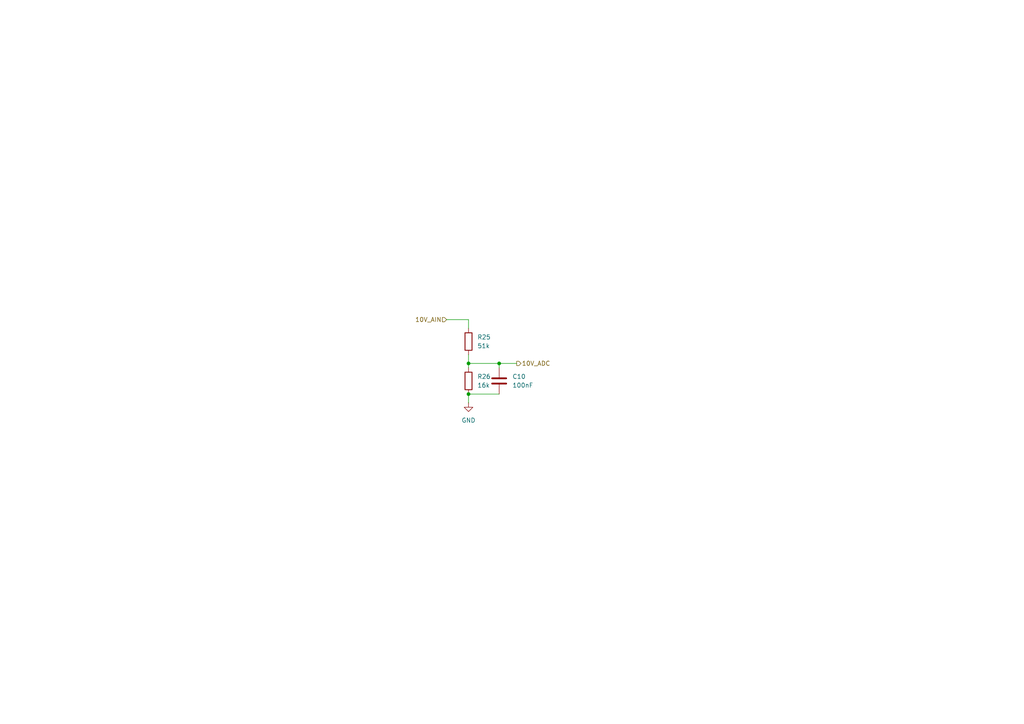
<source format=kicad_sch>
(kicad_sch
	(version 20250114)
	(generator "eeschema")
	(generator_version "9.0")
	(uuid "f18713a3-82da-41ca-8cd8-f7359db6c253")
	(paper "A4")
	(lib_symbols
		(symbol "Device:C"
			(pin_numbers
				(hide yes)
			)
			(pin_names
				(offset 0.254)
			)
			(exclude_from_sim no)
			(in_bom yes)
			(on_board yes)
			(property "Reference" "C"
				(at 0.635 2.54 0)
				(effects
					(font
						(size 1.27 1.27)
					)
					(justify left)
				)
			)
			(property "Value" "C"
				(at 0.635 -2.54 0)
				(effects
					(font
						(size 1.27 1.27)
					)
					(justify left)
				)
			)
			(property "Footprint" ""
				(at 0.9652 -3.81 0)
				(effects
					(font
						(size 1.27 1.27)
					)
					(hide yes)
				)
			)
			(property "Datasheet" "~"
				(at 0 0 0)
				(effects
					(font
						(size 1.27 1.27)
					)
					(hide yes)
				)
			)
			(property "Description" "Unpolarized capacitor"
				(at 0 0 0)
				(effects
					(font
						(size 1.27 1.27)
					)
					(hide yes)
				)
			)
			(property "ki_keywords" "cap capacitor"
				(at 0 0 0)
				(effects
					(font
						(size 1.27 1.27)
					)
					(hide yes)
				)
			)
			(property "ki_fp_filters" "C_*"
				(at 0 0 0)
				(effects
					(font
						(size 1.27 1.27)
					)
					(hide yes)
				)
			)
			(symbol "C_0_1"
				(polyline
					(pts
						(xy -2.032 0.762) (xy 2.032 0.762)
					)
					(stroke
						(width 0.508)
						(type default)
					)
					(fill
						(type none)
					)
				)
				(polyline
					(pts
						(xy -2.032 -0.762) (xy 2.032 -0.762)
					)
					(stroke
						(width 0.508)
						(type default)
					)
					(fill
						(type none)
					)
				)
			)
			(symbol "C_1_1"
				(pin passive line
					(at 0 3.81 270)
					(length 2.794)
					(name "~"
						(effects
							(font
								(size 1.27 1.27)
							)
						)
					)
					(number "1"
						(effects
							(font
								(size 1.27 1.27)
							)
						)
					)
				)
				(pin passive line
					(at 0 -3.81 90)
					(length 2.794)
					(name "~"
						(effects
							(font
								(size 1.27 1.27)
							)
						)
					)
					(number "2"
						(effects
							(font
								(size 1.27 1.27)
							)
						)
					)
				)
			)
			(embedded_fonts no)
		)
		(symbol "Device:R"
			(pin_numbers
				(hide yes)
			)
			(pin_names
				(offset 0)
			)
			(exclude_from_sim no)
			(in_bom yes)
			(on_board yes)
			(property "Reference" "R"
				(at 2.032 0 90)
				(effects
					(font
						(size 1.27 1.27)
					)
				)
			)
			(property "Value" "R"
				(at 0 0 90)
				(effects
					(font
						(size 1.27 1.27)
					)
				)
			)
			(property "Footprint" ""
				(at -1.778 0 90)
				(effects
					(font
						(size 1.27 1.27)
					)
					(hide yes)
				)
			)
			(property "Datasheet" "~"
				(at 0 0 0)
				(effects
					(font
						(size 1.27 1.27)
					)
					(hide yes)
				)
			)
			(property "Description" "Resistor"
				(at 0 0 0)
				(effects
					(font
						(size 1.27 1.27)
					)
					(hide yes)
				)
			)
			(property "ki_keywords" "R res resistor"
				(at 0 0 0)
				(effects
					(font
						(size 1.27 1.27)
					)
					(hide yes)
				)
			)
			(property "ki_fp_filters" "R_*"
				(at 0 0 0)
				(effects
					(font
						(size 1.27 1.27)
					)
					(hide yes)
				)
			)
			(symbol "R_0_1"
				(rectangle
					(start -1.016 -2.54)
					(end 1.016 2.54)
					(stroke
						(width 0.254)
						(type default)
					)
					(fill
						(type none)
					)
				)
			)
			(symbol "R_1_1"
				(pin passive line
					(at 0 3.81 270)
					(length 1.27)
					(name "~"
						(effects
							(font
								(size 1.27 1.27)
							)
						)
					)
					(number "1"
						(effects
							(font
								(size 1.27 1.27)
							)
						)
					)
				)
				(pin passive line
					(at 0 -3.81 90)
					(length 1.27)
					(name "~"
						(effects
							(font
								(size 1.27 1.27)
							)
						)
					)
					(number "2"
						(effects
							(font
								(size 1.27 1.27)
							)
						)
					)
				)
			)
			(embedded_fonts no)
		)
		(symbol "power:GND"
			(power)
			(pin_numbers
				(hide yes)
			)
			(pin_names
				(offset 0)
				(hide yes)
			)
			(exclude_from_sim no)
			(in_bom yes)
			(on_board yes)
			(property "Reference" "#PWR"
				(at 0 -6.35 0)
				(effects
					(font
						(size 1.27 1.27)
					)
					(hide yes)
				)
			)
			(property "Value" "GND"
				(at 0 -3.81 0)
				(effects
					(font
						(size 1.27 1.27)
					)
				)
			)
			(property "Footprint" ""
				(at 0 0 0)
				(effects
					(font
						(size 1.27 1.27)
					)
					(hide yes)
				)
			)
			(property "Datasheet" ""
				(at 0 0 0)
				(effects
					(font
						(size 1.27 1.27)
					)
					(hide yes)
				)
			)
			(property "Description" "Power symbol creates a global label with name \"GND\" , ground"
				(at 0 0 0)
				(effects
					(font
						(size 1.27 1.27)
					)
					(hide yes)
				)
			)
			(property "ki_keywords" "global power"
				(at 0 0 0)
				(effects
					(font
						(size 1.27 1.27)
					)
					(hide yes)
				)
			)
			(symbol "GND_0_1"
				(polyline
					(pts
						(xy 0 0) (xy 0 -1.27) (xy 1.27 -1.27) (xy 0 -2.54) (xy -1.27 -1.27) (xy 0 -1.27)
					)
					(stroke
						(width 0)
						(type default)
					)
					(fill
						(type none)
					)
				)
			)
			(symbol "GND_1_1"
				(pin power_in line
					(at 0 0 270)
					(length 0)
					(name "~"
						(effects
							(font
								(size 1.27 1.27)
							)
						)
					)
					(number "1"
						(effects
							(font
								(size 1.27 1.27)
							)
						)
					)
				)
			)
			(embedded_fonts no)
		)
	)
	(junction
		(at 135.89 105.41)
		(diameter 0)
		(color 0 0 0 0)
		(uuid "404a1213-5c94-4897-aee1-8c1b1d524331")
	)
	(junction
		(at 135.89 114.3)
		(diameter 0)
		(color 0 0 0 0)
		(uuid "7f7fee81-1c9c-4c09-be82-c02d0cdcda08")
	)
	(junction
		(at 144.78 105.41)
		(diameter 0)
		(color 0 0 0 0)
		(uuid "827178ec-c5a8-4824-99f9-a52451c177ac")
	)
	(wire
		(pts
			(xy 135.89 105.41) (xy 144.78 105.41)
		)
		(stroke
			(width 0)
			(type default)
		)
		(uuid "0fd6203f-67c7-47e4-8dde-552af588b081")
	)
	(wire
		(pts
			(xy 135.89 92.71) (xy 135.89 95.25)
		)
		(stroke
			(width 0)
			(type default)
		)
		(uuid "2f7180b5-ff1a-4233-b6c5-c9e85e79848d")
	)
	(wire
		(pts
			(xy 135.89 102.87) (xy 135.89 105.41)
		)
		(stroke
			(width 0)
			(type default)
		)
		(uuid "5bfca85c-f007-4631-8774-b5fac58fc0c0")
	)
	(wire
		(pts
			(xy 144.78 105.41) (xy 149.86 105.41)
		)
		(stroke
			(width 0)
			(type default)
		)
		(uuid "860d7f1b-550e-40cb-a204-240c5c34c7d4")
	)
	(wire
		(pts
			(xy 129.54 92.71) (xy 135.89 92.71)
		)
		(stroke
			(width 0)
			(type default)
		)
		(uuid "93f82589-cd46-4b4c-b75f-1dc63cb6a913")
	)
	(wire
		(pts
			(xy 135.89 105.41) (xy 135.89 106.68)
		)
		(stroke
			(width 0)
			(type default)
		)
		(uuid "95076209-aa2f-47e8-9e53-c72b4fba92aa")
	)
	(wire
		(pts
			(xy 135.89 114.3) (xy 144.78 114.3)
		)
		(stroke
			(width 0)
			(type default)
		)
		(uuid "d6e9635c-85bf-41cb-90c6-3712275d8b12")
	)
	(wire
		(pts
			(xy 135.89 114.3) (xy 135.89 116.84)
		)
		(stroke
			(width 0)
			(type default)
		)
		(uuid "dfacc92f-d53f-47b8-bdc1-65426eac3966")
	)
	(wire
		(pts
			(xy 144.78 105.41) (xy 144.78 106.68)
		)
		(stroke
			(width 0)
			(type default)
		)
		(uuid "e1405597-b380-40b1-a2f2-5176d3f37dc1")
	)
	(hierarchical_label "10V_ADC"
		(shape output)
		(at 149.86 105.41 0)
		(effects
			(font
				(size 1.27 1.27)
			)
			(justify left)
		)
		(uuid "64826586-7351-4ede-98a5-8be40c984dca")
	)
	(hierarchical_label "10V_AIN"
		(shape input)
		(at 129.54 92.71 180)
		(effects
			(font
				(size 1.27 1.27)
			)
			(justify right)
		)
		(uuid "d561ca85-28d4-45a8-9297-b3c63f29d7d3")
	)
	(symbol
		(lib_id "Device:C")
		(at 144.78 110.49 0)
		(unit 1)
		(exclude_from_sim no)
		(in_bom yes)
		(on_board yes)
		(dnp no)
		(fields_autoplaced yes)
		(uuid "709f7130-a31b-4f07-b5d5-e5606b340b6b")
		(property "Reference" "C10"
			(at 148.59 109.2199 0)
			(effects
				(font
					(size 1.27 1.27)
				)
				(justify left)
			)
		)
		(property "Value" "100nF"
			(at 148.59 111.7599 0)
			(effects
				(font
					(size 1.27 1.27)
				)
				(justify left)
			)
		)
		(property "Footprint" "Capacitor_SMD:C_0805_2012Metric"
			(at 145.7452 114.3 0)
			(effects
				(font
					(size 1.27 1.27)
				)
				(hide yes)
			)
		)
		(property "Datasheet" "~"
			(at 144.78 110.49 0)
			(effects
				(font
					(size 1.27 1.27)
				)
				(hide yes)
			)
		)
		(property "Description" "Unpolarized capacitor"
			(at 144.78 110.49 0)
			(effects
				(font
					(size 1.27 1.27)
				)
				(hide yes)
			)
		)
		(pin "2"
			(uuid "795bd637-9872-4534-952e-73b2cb649aa6")
		)
		(pin "1"
			(uuid "59af38fd-916a-41c4-9e07-577ecf7bd300")
		)
		(instances
			(project "NIVARA"
				(path "/e09284a3-0da6-4b1c-80d3-a52d405369d9/b46cdcb1-15cb-4562-89d5-6c513685d0bc/685d2fad-d315-4f34-82c3-e6db47187c42"
					(reference "C10")
					(unit 1)
				)
			)
		)
	)
	(symbol
		(lib_id "Device:R")
		(at 135.89 110.49 0)
		(unit 1)
		(exclude_from_sim no)
		(in_bom yes)
		(on_board yes)
		(dnp no)
		(fields_autoplaced yes)
		(uuid "8d337433-14e2-4b5e-8e38-405128493ae8")
		(property "Reference" "R26"
			(at 138.43 109.2199 0)
			(effects
				(font
					(size 1.27 1.27)
				)
				(justify left)
			)
		)
		(property "Value" "16k"
			(at 138.43 111.7599 0)
			(effects
				(font
					(size 1.27 1.27)
				)
				(justify left)
			)
		)
		(property "Footprint" "Resistor_SMD:R_0603_1608Metric"
			(at 134.112 110.49 90)
			(effects
				(font
					(size 1.27 1.27)
				)
				(hide yes)
			)
		)
		(property "Datasheet" "~"
			(at 135.89 110.49 0)
			(effects
				(font
					(size 1.27 1.27)
				)
				(hide yes)
			)
		)
		(property "Description" "Resistor"
			(at 135.89 110.49 0)
			(effects
				(font
					(size 1.27 1.27)
				)
				(hide yes)
			)
		)
		(pin "1"
			(uuid "6757d4ad-bb09-4290-a943-2847a10dc04b")
		)
		(pin "2"
			(uuid "6405265d-8d13-4faf-bc29-e5101f8d511d")
		)
		(instances
			(project "NIVARA"
				(path "/e09284a3-0da6-4b1c-80d3-a52d405369d9/b46cdcb1-15cb-4562-89d5-6c513685d0bc/685d2fad-d315-4f34-82c3-e6db47187c42"
					(reference "R26")
					(unit 1)
				)
			)
		)
	)
	(symbol
		(lib_id "Device:R")
		(at 135.89 99.06 0)
		(unit 1)
		(exclude_from_sim no)
		(in_bom yes)
		(on_board yes)
		(dnp no)
		(fields_autoplaced yes)
		(uuid "93be0b95-2fe4-4941-ab64-c13970384cdf")
		(property "Reference" "R25"
			(at 138.43 97.7899 0)
			(effects
				(font
					(size 1.27 1.27)
				)
				(justify left)
			)
		)
		(property "Value" "51k"
			(at 138.43 100.3299 0)
			(effects
				(font
					(size 1.27 1.27)
				)
				(justify left)
			)
		)
		(property "Footprint" "Resistor_SMD:R_0603_1608Metric"
			(at 134.112 99.06 90)
			(effects
				(font
					(size 1.27 1.27)
				)
				(hide yes)
			)
		)
		(property "Datasheet" "~"
			(at 135.89 99.06 0)
			(effects
				(font
					(size 1.27 1.27)
				)
				(hide yes)
			)
		)
		(property "Description" "Resistor"
			(at 135.89 99.06 0)
			(effects
				(font
					(size 1.27 1.27)
				)
				(hide yes)
			)
		)
		(pin "1"
			(uuid "ae77d442-dfdc-4c82-ac5a-3de71f4b3d64")
		)
		(pin "2"
			(uuid "49d90568-67d9-4c82-95bc-7e012a52efb6")
		)
		(instances
			(project "NIVARA"
				(path "/e09284a3-0da6-4b1c-80d3-a52d405369d9/b46cdcb1-15cb-4562-89d5-6c513685d0bc/685d2fad-d315-4f34-82c3-e6db47187c42"
					(reference "R25")
					(unit 1)
				)
			)
		)
	)
	(symbol
		(lib_id "power:GND")
		(at 135.89 116.84 0)
		(unit 1)
		(exclude_from_sim no)
		(in_bom yes)
		(on_board yes)
		(dnp no)
		(fields_autoplaced yes)
		(uuid "aab02211-12ab-4057-ae6c-8e7b33e9a1f1")
		(property "Reference" "#PWR048"
			(at 135.89 123.19 0)
			(effects
				(font
					(size 1.27 1.27)
				)
				(hide yes)
			)
		)
		(property "Value" "GND"
			(at 135.89 121.92 0)
			(effects
				(font
					(size 1.27 1.27)
				)
			)
		)
		(property "Footprint" ""
			(at 135.89 116.84 0)
			(effects
				(font
					(size 1.27 1.27)
				)
				(hide yes)
			)
		)
		(property "Datasheet" ""
			(at 135.89 116.84 0)
			(effects
				(font
					(size 1.27 1.27)
				)
				(hide yes)
			)
		)
		(property "Description" "Power symbol creates a global label with name \"GND\" , ground"
			(at 135.89 116.84 0)
			(effects
				(font
					(size 1.27 1.27)
				)
				(hide yes)
			)
		)
		(pin "1"
			(uuid "1fb14ba7-d8bd-44d9-8a28-8373e4f54945")
		)
		(instances
			(project "NIVARA"
				(path "/e09284a3-0da6-4b1c-80d3-a52d405369d9/b46cdcb1-15cb-4562-89d5-6c513685d0bc/685d2fad-d315-4f34-82c3-e6db47187c42"
					(reference "#PWR048")
					(unit 1)
				)
			)
		)
	)
)

</source>
